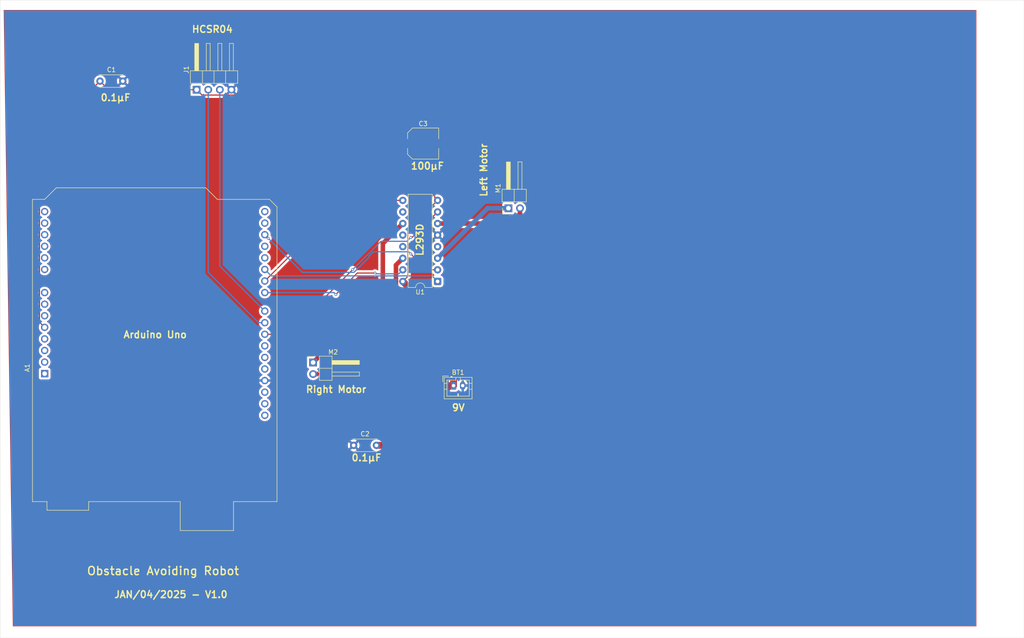
<source format=kicad_pcb>
(kicad_pcb (version 20241229) (generator "pcbnew") (generator_version "9.0")
  (layers (0 "F.Cu" signal) (2 "B.Cu" signal) (13 "F.Paste" user) (15 "B.Paste" user) (5 "F.SilkS" user "F.Silkscreen") (7 "B.SilkS" user "B.Silkscreen") (1 "F.Mask" user) (3 "B.Mask" user) (25 "Edge.Cuts" user))
  (net 0 "")
  (net 2 "/ECHO")
  (net 4 "GND")
  (net 5 "Net-(A1-D2)")
  (net 10 "VCC")
  (net 17 "Net-(A1-D6)")
  (net 23 "/TRIG")
  (net 29 "Net-(A1-D5)")
  (net 33 "Net-(A1-D10)")
  (net 34 "Net-(A1-D7)")
  (net 37 "Net-(M2--)")
  (net 38 "Net-(M2-+)")
  (net 39 "Net-(M1-+)")
  (net 40 "Net-(M1--)")
  (footprint "Connector_PinHeader_2.54mm:PinHeader_1x04_P2.54mm_Horizontal" (layer "F.Cu") (at 72.19 34.385 90)
    (property "Reference" "J1" (at 4.385 -2.27 90) (layer "F.SilkS"))
    (property "Value" "HCSR04")
    (fp_line (start 4.15 -1.38) (end 1.39 -1.38) (stroke (width 0.12)) (layer "F.SilkS"))
    (fp_line (start 1.39 -1.38) (end 1.39 9) (stroke (width 0.12)) (layer "F.SilkS"))
    (fp_line (start -1.27 -1.27) (end 0 -1.27) (stroke (width 0.12)) (layer "F.SilkS"))
    (fp_line (start 1.16 -0.43) (end 1.39 -0.43) (stroke (width 0.12)) (layer "F.SilkS"))
    (fp_line (start -1.27 0) (end -1.27 -1.27) (stroke (width 0.12)) (layer "F.SilkS"))
    (fp_line (start 1.16 0.43) (end 1.39 0.43) (stroke (width 0.12)) (layer "F.SilkS"))
    (fp_line (start 1.39 1.27) (end 4.15 1.27) (stroke (width 0.12)) (layer "F.SilkS"))
    (fp_line (start 10.15 2.11) (end 10.15 2.97) (stroke (width 0.12)) (layer "F.SilkS"))
    (fp_line (start 4.15 2.11) (end 10.15 2.11) (stroke (width 0.12)) (layer "F.SilkS"))
    (fp_line (start 1.077358 2.11) (end 1.39 2.11) (stroke (width 0.12)) (layer "F.SilkS"))
    (fp_line (start 10.15 2.97) (end 4.15 2.97) (stroke (width 0.12)) (layer "F.SilkS"))
    (fp_line (start 1.077358 2.97) (end 1.39 2.97) (stroke (width 0.12)) (layer "F.SilkS"))
    (fp_line (start 1.39 3.81) (end 4.15 3.81) (stroke (width 0.12)) (layer "F.SilkS"))
    (fp_line (start 10.15 4.65) (end 10.15 5.51) (stroke (width 0.12)) (layer "F.SilkS"))
    (fp_line (start 4.15 4.65) (end 10.15 4.65) (stroke (width 0.12)) (layer "F.SilkS"))
    (fp_line (start 1.077358 4.65) (end 1.39 4.65) (stroke (width 0.12)) (layer "F.SilkS"))
    (fp_line (start 10.15 5.51) (end 4.15 5.51) (stroke (width 0.12)) (layer "F.SilkS"))
    (fp_line (start 1.077358 5.51) (end 1.39 5.51) (stroke (width 0.12)) (layer "F.SilkS"))
    (fp_line (start 1.39 6.35) (end 4.15 6.35) (stroke (width 0.12)) (layer "F.SilkS"))
    (fp_line (start 10.15 7.19) (end 10.15 8.05) (stroke (width 0.12)) (layer "F.SilkS"))
    (fp_line (start 4.15 7.19) (end 10.15 7.19) (stroke (width 0.12)) (layer "F.SilkS"))
    (fp_line (start 1.077358 7.19) (end 1.39 7.19) (stroke (width 0.12)) (layer "F.SilkS"))
    (fp_line (start 10.15 8.05) (end 4.15 8.05) (stroke (width 0.12)) (layer "F.SilkS"))
    (fp_line (start 1.077358 8.05) (end 1.39 8.05) (stroke (width 0.12)) (layer "F.SilkS"))
    (fp_line (start 4.15 9) (end 4.15 -1.38) (stroke (width 0.12)) (layer "F.SilkS"))
    (fp_line (start 1.39 9) (end 4.15 9) (stroke (width 0.12)) (layer "F.SilkS"))
    (fp_rect (start 4.15 -0.43) (end 10.15 0.43) (stroke (width 0.12)) (fill yes) (layer "F.SilkS"))
    (pad "1" thru_hole rect (at 0 0 90) (size 1.7 1.7) (drill 1) (layers "*.Cu" "*.Mask") (net 10 "VCC"))
    (pad "2" thru_hole circle (at 0 2.54 90) (size 1.7 1.7) (drill 1) (layers "*.Cu" "*.Mask") (net 23 "/TRIG"))
    (pad "3" thru_hole circle (at 0 5.08 90) (size 1.7 1.7) (drill 1) (layers "*.Cu" "*.Mask") (net 2 "/ECHO"))
    (pad "4" thru_hole circle (at 0 7.62 90) (size 1.7 1.7) (drill 1) (layers "*.Cu" "*.Mask") (net 4 "GND"))
  )
  (footprint "Connector_PinHeader_2.54mm:PinHeader_1x02_P2.54mm_Horizontal" (layer "F.Cu") (at 140.525 60.385 90)
    (property "Reference" "M1" (at 4.385 -2.27 90) (layer "F.SilkS"))
    (property "Value" "Motor_DC")
    (fp_line (start 4.15 -1.38) (end 1.39 -1.38) (stroke (width 0.12)) (layer "F.SilkS"))
    (fp_line (start 1.39 -1.38) (end 1.39 3.92) (stroke (width 0.12)) (layer "F.SilkS"))
    (fp_line (start -1.27 -1.27) (end 0 -1.27) (stroke (width 0.12)) (layer "F.SilkS"))
    (fp_line (start 1.16 -0.43) (end 1.39 -0.43) (stroke (width 0.12)) (layer "F.SilkS"))
    (fp_line (start -1.27 0) (end -1.27 -1.27) (stroke (width 0.12)) (layer "F.SilkS"))
    (fp_line (start 1.16 0.43) (end 1.39 0.43) (stroke (width 0.12)) (layer "F.SilkS"))
    (fp_line (start 1.39 1.27) (end 4.15 1.27) (stroke (width 0.12)) (layer "F.SilkS"))
    (fp_line (start 10.15 2.11) (end 10.15 2.97) (stroke (width 0.12)) (layer "F.SilkS"))
    (fp_line (start 4.15 2.11) (end 10.15 2.11) (stroke (width 0.12)) (layer "F.SilkS"))
    (fp_line (start 1.077358 2.11) (end 1.39 2.11) (stroke (width 0.12)) (layer "F.SilkS"))
    (fp_line (start 10.15 2.97) (end 4.15 2.97) (stroke (width 0.12)) (layer "F.SilkS"))
    (fp_line (start 1.077358 2.97) (end 1.39 2.97) (stroke (width 0.12)) (layer "F.SilkS"))
    (fp_line (start 4.15 3.92) (end 4.15 -1.38) (stroke (width 0.12)) (layer "F.SilkS"))
    (fp_line (start 1.39 3.92) (end 4.15 3.92) (stroke (width 0.12)) (layer "F.SilkS"))
    (fp_rect (start 4.15 -0.43) (end 10.15 0.43) (stroke (width 0.12)) (fill yes) (layer "F.SilkS"))
    (pad "1" thru_hole rect (at 0 0 90) (size 1.7 1.7) (drill 1) (layers "*.Cu" "*.Mask") (net 39 "Net-(M1-+)"))
    (pad "2" thru_hole circle (at 0 2.54 90) (size 1.7 1.7) (drill 1) (layers "*.Cu" "*.Mask") (net 40 "Net-(M1--)"))
  )
  (footprint "Capacitor_THT:C_Disc_D5.0mm_W2.5mm_P5.00mm" (layer "F.Cu") (at 106.6 112.4)
    (property "Reference" "C2" (at 2.5 -2.5 0) (layer "F.SilkS"))
    (property "Value" "0.1 μF")
    (fp_line (start -0.12 -1.37) (end 5.12 -1.37) (stroke (width 0.12)) (layer "F.SilkS"))
    (fp_line (start -0.12 -1.033) (end -0.12 -1.37) (stroke (width 0.12)) (layer "F.SilkS"))
    (fp_line (start -0.12 1.37) (end -0.12 1.033) (stroke (width 0.12)) (layer "F.SilkS"))
    (fp_line (start 5.12 -1.37) (end 5.12 -1.033) (stroke (width 0.12)) (layer "F.SilkS"))
    (fp_line (start 5.12 1.033) (end 5.12 1.37) (stroke (width 0.12)) (layer "F.SilkS"))
    (fp_line (start 5.12 1.37) (end -0.12 1.37) (stroke (width 0.12)) (layer "F.SilkS"))
    (pad "1" thru_hole circle (at 0 0) (size 1.6 1.6) (drill 0.8) (layers "*.Cu" "*.Mask") (net 4 "GND"))
    (pad "2" thru_hole circle (at 5 0) (size 1.6 1.6) (drill 0.8) (layers "*.Cu" "*.Mask") (net 10 "VCC"))
  )
  (footprint "Package_DIP:DIP-16_W7.62mm" (layer "F.Cu") (at 125 76.44 180)
    (property "Reference" "U1" (at 3.81 -2.33 0) (layer "F.SilkS"))
    (property "Value" "L293D")
    (fp_line (start 6.46 19.11) (end 6.46 -1.33) (stroke (width 0.12)) (layer "F.SilkS"))
    (fp_line (start 6.46 -1.33) (end 4.81 -1.33) (stroke (width 0.12)) (layer "F.SilkS"))
    (fp_line (start 2.81 -1.33) (end 1.16 -1.33) (stroke (width 0.12)) (layer "F.SilkS"))
    (fp_line (start 1.16 19.11) (end 6.46 19.11) (stroke (width 0.12)) (layer "F.SilkS"))
    (fp_line (start 1.16 -1.33) (end 1.16 19.11) (stroke (width 0.12)) (layer "F.SilkS"))
    (fp_arc (start 4.81 -1.33) (mid 3.81 -0.33) (end 2.81 -1.33) (stroke (width 0.12)) (layer "F.SilkS"))
    (pad "1" thru_hole roundrect (at 0 0 180) (size 1.6 1.6) (drill 0.8) (layers "*.Cu" "*.Mask") (roundrect_rratio 0.15625) (net 29 "Net-(A1-D5)"))
    (pad "2" thru_hole circle (at 0 2.54 180) (size 1.6 1.6) (drill 0.8) (layers "*.Cu" "*.Mask") (net 5 "Net-(A1-D2)"))
    (pad "3" thru_hole circle (at 0 5.08 180) (size 1.6 1.6) (drill 0.8) (layers "*.Cu" "*.Mask") (net 39 "Net-(M1-+)"))
    (pad "4" thru_hole circle (at 0 7.62 180) (size 1.6 1.6) (drill 0.8) (layers "*.Cu" "*.Mask"))
    (pad "5" thru_hole circle (at 0 10.16 180) (size 1.6 1.6) (drill 0.8) (layers "*.Cu" "*.Mask") (net 4 "GND"))
    (pad "6" thru_hole circle (at 0 12.7 180) (size 1.6 1.6) (drill 0.8) (layers "*.Cu" "*.Mask") (net 40 "Net-(M1--)"))
    (pad "7" thru_hole circle (at 0 15.24 180) (size 1.6 1.6) (drill 0.8) (layers "*.Cu" "*.Mask") (net 33 "Net-(A1-D10)"))
    (pad "8" thru_hole circle (at 0 17.78 180) (size 1.6 1.6) (drill 0.8) (layers "*.Cu" "*.Mask") (net 10 "VCC"))
    (pad "9" thru_hole circle (at 7.62 17.78 180) (size 1.6 1.6) (drill 0.8) (layers "*.Cu" "*.Mask") (net 17 "Net-(A1-D6)"))
    (pad "10" thru_hole circle (at 7.62 15.24 180) (size 1.6 1.6) (drill 0.8) (layers "*.Cu" "*.Mask"))
    (pad "11" thru_hole circle (at 7.62 12.7 180) (size 1.6 1.6) (drill 0.8) (layers "*.Cu" "*.Mask") (net 38 "Net-(M2-+)"))
    (pad "12" thru_hole circle (at 7.62 10.16 180) (size 1.6 1.6) (drill 0.8) (layers "*.Cu" "*.Mask"))
    (pad "13" thru_hole circle (at 7.62 7.62 180) (size 1.6 1.6) (drill 0.8) (layers "*.Cu" "*.Mask"))
    (pad "14" thru_hole circle (at 7.62 5.08 180) (size 1.6 1.6) (drill 0.8) (layers "*.Cu" "*.Mask") (net 37 "Net-(M2--)"))
    (pad "15" thru_hole circle (at 7.62 2.54 180) (size 1.6 1.6) (drill 0.8) (layers "*.Cu" "*.Mask") (net 34 "Net-(A1-D7)"))
    (pad "16" thru_hole circle (at 7.62 0 180) (size 1.6 1.6) (drill 0.8) (layers "*.Cu" "*.Mask") (net 10 "VCC"))
  )
  (footprint "Module:Arduino_UNO_R3" (layer "F.Cu") (at 38.87 96.675 90)
    (property "Reference" "A1" (at 1.27 -3.81 90) (layer "F.SilkS"))
    (property "Value" "Arduino_UNO_R3")
    (fp_line (start 38.23 -2.67) (end -28.07 -2.67) (stroke (width 0.12)) (layer "F.SilkS"))
    (fp_line (start -28.07 -2.67) (end -28.07 0.51) (stroke (width 0.12)) (layer "F.SilkS"))
    (fp_line (start 38.23 0) (end 38.23 -2.67) (stroke (width 0.12)) (layer "F.SilkS"))
    (fp_line (start -28.07 0.51) (end -29.97 0.51) (stroke (width 0.12)) (layer "F.SilkS"))
    (fp_line (start -29.97 0.51) (end -29.97 9.65) (stroke (width 0.12)) (layer "F.SilkS"))
    (fp_line (start 40.77 2.54) (end 38.23 0) (stroke (width 0.12)) (layer "F.SilkS"))
    (fp_line (start -28.07 9.65) (end -28.07 29.72) (stroke (width 0.12)) (layer "F.SilkS"))
    (fp_line (start -29.97 9.65) (end -28.07 9.65) (stroke (width 0.12)) (layer "F.SilkS"))
    (fp_line (start -28.07 29.72) (end -34.42 29.72) (stroke (width 0.12)) (layer "F.SilkS"))
    (fp_line (start -34.42 29.72) (end -34.42 41.4) (stroke (width 0.12)) (layer "F.SilkS"))
    (fp_line (start 40.77 35.31) (end 40.77 2.54) (stroke (width 0.12)) (layer "F.SilkS"))
    (fp_line (start 38.23 37.85) (end 40.77 35.31) (stroke (width 0.12)) (layer "F.SilkS"))
    (fp_line (start -28.07 41.4) (end -28.07 50.93) (stroke (width 0.12)) (layer "F.SilkS"))
    (fp_line (start -34.42 41.4) (end -28.07 41.4) (stroke (width 0.12)) (layer "F.SilkS"))
    (fp_line (start 38.23 49.28) (end 38.23 37.85) (stroke (width 0.12)) (layer "F.SilkS"))
    (fp_line (start 36.58 50.93) (end 38.23 49.28) (stroke (width 0.12)) (layer "F.SilkS"))
    (fp_line (start -28.07 50.93) (end 36.58 50.93) (stroke (width 0.12)) (layer "F.SilkS"))
    (pad "1" thru_hole rect (at 0 0 180) (size 1.6 1.6) (drill 1) (layers "*.Cu" "*.Mask"))
    (pad "2" thru_hole oval (at 2.54 0 180) (size 1.6 1.6) (drill 1) (layers "*.Cu" "*.Mask"))
    (pad "3" thru_hole oval (at 5.08 0 180) (size 1.6 1.6) (drill 1) (layers "*.Cu" "*.Mask"))
    (pad "4" thru_hole oval (at 7.62 0 180) (size 1.6 1.6) (drill 1) (layers "*.Cu" "*.Mask"))
    (pad "5" thru_hole oval (at 10.16 0 180) (size 1.6 1.6) (drill 1) (layers "*.Cu" "*.Mask") (net 10 "VCC"))
    (pad "6" thru_hole oval (at 12.7 0 180) (size 1.6 1.6) (drill 1) (layers "*.Cu" "*.Mask"))
    (pad "7" thru_hole oval (at 15.24 0 180) (size 1.6 1.6) (drill 1) (layers "*.Cu" "*.Mask"))
    (pad "8" thru_hole oval (at 17.78 0 180) (size 1.6 1.6) (drill 1) (layers "*.Cu" "*.Mask"))
    (pad "9" thru_hole oval (at 22.86 0 180) (size 1.6 1.6) (drill 1) (layers "*.Cu" "*.Mask"))
    (pad "10" thru_hole oval (at 25.4 0 180) (size 1.6 1.6) (drill 1) (layers "*.Cu" "*.Mask"))
    (pad "11" thru_hole oval (at 27.94 0 180) (size 1.6 1.6) (drill 1) (layers "*.Cu" "*.Mask"))
    (pad "12" thru_hole oval (at 30.48 0 180) (size 1.6 1.6) (drill 1) (layers "*.Cu" "*.Mask"))
    (pad "13" thru_hole oval (at 33.02 0 180) (size 1.6 1.6) (drill 1) (layers "*.Cu" "*.Mask"))
    (pad "14" thru_hole oval (at 35.56 0 180) (size 1.6 1.6) (drill 1) (layers "*.Cu" "*.Mask"))
    (pad "15" thru_hole oval (at 35.56 48.26 180) (size 1.6 1.6) (drill 1) (layers "*.Cu" "*.Mask"))
    (pad "16" thru_hole oval (at 33.02 48.26 180) (size 1.6 1.6) (drill 1) (layers "*.Cu" "*.Mask"))
    (pad "17" thru_hole oval (at 30.48 48.26 180) (size 1.6 1.6) (drill 1) (layers "*.Cu" "*.Mask") (net 5 "Net-(A1-D2)"))
    (pad "18" thru_hole oval (at 27.94 48.26 180) (size 1.6 1.6) (drill 1) (layers "*.Cu" "*.Mask"))
    (pad "19" thru_hole oval (at 25.4 48.26 180) (size 1.6 1.6) (drill 1) (layers "*.Cu" "*.Mask"))
    (pad "20" thru_hole oval (at 22.86 48.26 180) (size 1.6 1.6) (drill 1) (layers "*.Cu" "*.Mask") (net 29 "Net-(A1-D5)"))
    (pad "21" thru_hole oval (at 20.32 48.26 180) (size 1.6 1.6) (drill 1) (layers "*.Cu" "*.Mask") (net 17 "Net-(A1-D6)"))
    (pad "22" thru_hole oval (at 17.78 48.26 180) (size 1.6 1.6) (drill 1) (layers "*.Cu" "*.Mask") (net 34 "Net-(A1-D7)"))
    (pad "23" thru_hole oval (at 13.72 48.26 180) (size 1.6 1.6) (drill 1) (layers "*.Cu" "*.Mask") (net 2 "/ECHO"))
    (pad "24" thru_hole oval (at 11.18 48.26 180) (size 1.6 1.6) (drill 1) (layers "*.Cu" "*.Mask") (net 23 "/TRIG"))
    (pad "25" thru_hole oval (at 8.64 48.26 180) (size 1.6 1.6) (drill 1) (layers "*.Cu" "*.Mask") (net 33 "Net-(A1-D10)"))
    (pad "26" thru_hole oval (at 6.1 48.26 180) (size 1.6 1.6) (drill 1) (layers "*.Cu" "*.Mask"))
    (pad "27" thru_hole oval (at 3.56 48.26 180) (size 1.6 1.6) (drill 1) (layers "*.Cu" "*.Mask"))
    (pad "28" thru_hole oval (at 1.02 48.26 180) (size 1.6 1.6) (drill 1) (layers "*.Cu" "*.Mask"))
    (pad "29" thru_hole oval (at -1.52 48.26 180) (size 1.6 1.6) (drill 1) (layers "*.Cu" "*.Mask") (net 4 "GND"))
    (pad "30" thru_hole oval (at -4.06 48.26 180) (size 1.6 1.6) (drill 1) (layers "*.Cu" "*.Mask"))
    (pad "31" thru_hole oval (at -6.6 48.26 180) (size 1.6 1.6) (drill 1) (layers "*.Cu" "*.Mask"))
    (pad "32" thru_hole oval (at -9.14 48.26 180) (size 1.6 1.6) (drill 1) (layers "*.Cu" "*.Mask"))
  )
  (footprint "Capacitor_THT:C_Disc_D5.0mm_W2.5mm_P5.00mm" (layer "F.Cu") (at 51 32.5)
    (property "Reference" "C1" (at 2.5 -2.5 0) (layer "F.SilkS"))
    (property "Value" "0.1 μF")
    (fp_line (start -0.12 -1.37) (end 5.12 -1.37) (stroke (width 0.12)) (layer "F.SilkS"))
    (fp_line (start -0.12 -1.033) (end -0.12 -1.37) (stroke (width 0.12)) (layer "F.SilkS"))
    (fp_line (start -0.12 1.37) (end -0.12 1.033) (stroke (width 0.12)) (layer "F.SilkS"))
    (fp_line (start 5.12 -1.37) (end 5.12 -1.033) (stroke (width 0.12)) (layer "F.SilkS"))
    (fp_line (start 5.12 1.033) (end 5.12 1.37) (stroke (width 0.12)) (layer "F.SilkS"))
    (fp_line (start 5.12 1.37) (end -0.12 1.37) (stroke (width 0.12)) (layer "F.SilkS"))
    (pad "1" thru_hole circle (at 0 0) (size 1.6 1.6) (drill 0.8) (layers "*.Cu" "*.Mask") (net 10 "VCC"))
    (pad "2" thru_hole circle (at 5 0) (size 1.6 1.6) (drill 0.8) (layers "*.Cu" "*.Mask") (net 4 "GND"))
  )
  (footprint "Capacitor_SMD:C_Elec_6.3x5.8" (layer "F.Cu") (at 121.8375 46.2)
    (property "Reference" "C3" (at 0 -4.35 0) (layer "F.SilkS"))
    (property "Value" "100 μF")
    (fp_line (start -3.41 -2.345563) (end -3.41 -1.06) (stroke (width 0.12)) (layer "F.SilkS"))
    (fp_line (start -3.41 -2.345563) (end -2.345563 -3.41) (stroke (width 0.12)) (layer "F.SilkS"))
    (fp_line (start -3.41 2.345563) (end -3.41 1.06) (stroke (width 0.12)) (layer "F.SilkS"))
    (fp_line (start -3.41 2.345563) (end -2.345563 3.41) (stroke (width 0.12)) (layer "F.SilkS"))
    (fp_line (start -2.345563 -3.41) (end 3.41 -3.41) (stroke (width 0.12)) (layer "F.SilkS"))
    (fp_line (start -2.345563 3.41) (end 3.41 3.41) (stroke (width 0.12)) (layer "F.SilkS"))
    (fp_line (start 3.41 -3.41) (end 3.41 -1.06) (stroke (width 0.12)) (layer "F.SilkS"))
    (fp_line (start 3.41 3.41) (end 3.41 1.06) (stroke (width 0.12)) (layer "F.SilkS"))
    (pad "1" smd roundrect (at -2.5375 0) (size 3.325 1.6) (layers "F.Cu" "F.Mask" "F.Paste") (roundrect_rratio 0.15625) (net 4 "GND"))
    (pad "2" smd roundrect (at 2.5375 0) (size 3.325 1.6) (layers "F.Cu" "F.Mask" "F.Paste") (roundrect_rratio 0.15625) (net 10 "VCC"))
  )
  (footprint "Connector_JST:JST_PH_B2B-PH-K_1x02_P2.00mm_Vertical" (layer "F.Cu") (at 128.5 99.3)
    (property "Reference" "BT1" (at 1 -2.9 0) (layer "F.SilkS"))
    (property "Value" "9V")
    (fp_line (start -2.36 -2.11) (end -2.36 -0.86) (stroke (width 0.12)) (layer "F.SilkS"))
    (fp_line (start -2.06 -1.81) (end -2.06 2.91) (stroke (width 0.12)) (layer "F.SilkS"))
    (fp_line (start -2.06 -0.5) (end -1.45 -0.5) (stroke (width 0.12)) (layer "F.SilkS"))
    (fp_line (start -2.06 0.8) (end -1.45 0.8) (stroke (width 0.12)) (layer "F.SilkS"))
    (fp_line (start -2.06 2.91) (end 4.06 2.91) (stroke (width 0.12)) (layer "F.SilkS"))
    (fp_line (start -1.45 -1.2) (end -1.45 2.3) (stroke (width 0.12)) (layer "F.SilkS"))
    (fp_line (start -1.45 2.3) (end 3.45 2.3) (stroke (width 0.12)) (layer "F.SilkS"))
    (fp_line (start -1.11 -2.11) (end -2.36 -2.11) (stroke (width 0.12)) (layer "F.SilkS"))
    (fp_line (start -0.6 -2.01) (end -0.6 -1.81) (stroke (width 0.12)) (layer "F.SilkS"))
    (fp_line (start -0.3 -2.01) (end -0.6 -2.01) (stroke (width 0.12)) (layer "F.SilkS"))
    (fp_line (start -0.3 -1.91) (end -0.6 -1.91) (stroke (width 0.12)) (layer "F.SilkS"))
    (fp_line (start -0.3 -1.81) (end -0.3 -2.01) (stroke (width 0.12)) (layer "F.SilkS"))
    (fp_line (start 0.5 -1.81) (end 0.5 -1.2) (stroke (width 0.12)) (layer "F.SilkS"))
    (fp_line (start 0.5 -1.2) (end -1.45 -1.2) (stroke (width 0.12)) (layer "F.SilkS"))
    (fp_line (start 0.9 1.8) (end 1.1 1.8) (stroke (width 0.12)) (layer "F.SilkS"))
    (fp_line (start 0.9 2.3) (end 0.9 1.8) (stroke (width 0.12)) (layer "F.SilkS"))
    (fp_line (start 1 2.3) (end 1 1.8) (stroke (width 0.12)) (layer "F.SilkS"))
    (fp_line (start 1.1 1.8) (end 1.1 2.3) (stroke (width 0.12)) (layer "F.SilkS"))
    (fp_line (start 1.5 -1.2) (end 1.5 -1.81) (stroke (width 0.12)) (layer "F.SilkS"))
    (fp_line (start 3.45 -1.2) (end 1.5 -1.2) (stroke (width 0.12)) (layer "F.SilkS"))
    (fp_line (start 3.45 2.3) (end 3.45 -1.2) (stroke (width 0.12)) (layer "F.SilkS"))
    (fp_line (start 4.06 -1.81) (end -2.06 -1.81) (stroke (width 0.12)) (layer "F.SilkS"))
    (fp_line (start 4.06 -0.5) (end 3.45 -0.5) (stroke (width 0.12)) (layer "F.SilkS"))
    (fp_line (start 4.06 0.8) (end 3.45 0.8) (stroke (width 0.12)) (layer "F.SilkS"))
    (fp_line (start 4.06 2.91) (end 4.06 -1.81) (stroke (width 0.12)) (layer "F.SilkS"))
    (pad "1" thru_hole roundrect (at 0 0) (size 1.2 1.75) (drill 0.75) (layers "*.Cu" "*.Mask") (roundrect_rratio 0.208333) (net 10 "VCC"))
    (pad "2" thru_hole oval (at 2 0) (size 1.2 1.75) (drill 0.75) (layers "*.Cu" "*.Mask") (net 4 "GND"))
  )
  (footprint "Connector_PinHeader_2.54mm:PinHeader_1x02_P2.54mm_Horizontal" (layer "F.Cu") (at 97.715 94.225)
    (property "Reference" "M2" (at 4.385 -2.27 0) (layer "F.SilkS"))
    (property "Value" "Motor_DC")
    (fp_line (start -1.27 -1.27) (end 0 -1.27) (stroke (width 0.12)) (layer "F.SilkS"))
    (fp_line (start -1.27 0) (end -1.27 -1.27) (stroke (width 0.12)) (layer "F.SilkS"))
    (fp_line (start 1.077358 2.11) (end 1.39 2.11) (stroke (width 0.12)) (layer "F.SilkS"))
    (fp_line (start 1.077358 2.97) (end 1.39 2.97) (stroke (width 0.12)) (layer "F.SilkS"))
    (fp_line (start 1.16 -0.43) (end 1.39 -0.43) (stroke (width 0.12)) (layer "F.SilkS"))
    (fp_line (start 1.16 0.43) (end 1.39 0.43) (stroke (width 0.12)) (layer "F.SilkS"))
    (fp_line (start 1.39 -1.38) (end 1.39 3.92) (stroke (width 0.12)) (layer "F.SilkS"))
    (fp_line (start 1.39 1.27) (end 4.15 1.27) (stroke (width 0.12)) (layer "F.SilkS"))
    (fp_line (start 1.39 3.92) (end 4.15 3.92) (stroke (width 0.12)) (layer "F.SilkS"))
    (fp_line (start 4.15 -1.38) (end 1.39 -1.38) (stroke (width 0.12)) (layer "F.SilkS"))
    (fp_line (start 4.15 2.11) (end 10.15 2.11) (stroke (width 0.12)) (layer "F.SilkS"))
    (fp_line (start 4.15 3.92) (end 4.15 -1.38) (stroke (width 0.12)) (layer "F.SilkS"))
    (fp_line (start 10.15 2.11) (end 10.15 2.97) (stroke (width 0.12)) (layer "F.SilkS"))
    (fp_line (start 10.15 2.97) (end 4.15 2.97) (stroke (width 0.12)) (layer "F.SilkS"))
    (fp_rect (start 4.15 -0.43) (end 10.15 0.43) (stroke (width 0.12)) (fill yes) (layer "F.SilkS"))
    (pad "1" thru_hole rect (at 0 0) (size 1.7 1.7) (drill 1) (layers "*.Cu" "*.Mask") (net 38 "Net-(M2-+)"))
    (pad "2" thru_hole circle (at 0 2.54) (size 1.7 1.7) (drill 1) (layers "*.Cu" "*.Mask") (net 37 "Net-(M2--)"))
  )
  (gr_line (start 243 152) (end 32 152) (stroke (width 0.2)) (layer "F.Cu"))
  (gr_line (start 32 152) (end 30 17) (stroke (width 0.2)) (layer "F.Cu"))
  (gr_line (start 30 17) (end 243 17) (stroke (width 0.2)) (layer "F.Cu"))
  (gr_line (start 243 17) (end 243 152) (stroke (width 0.2)) (layer "F.Cu"))
  (gr_rect (start 29.1084 14.732) (end 253.5428 154.6352) (stroke (width 0.05)) (fill no) (layer "Edge.Cuts"))
  (gr_text "Right Motor" (at 96 101 0) (layer "F.SilkS") (effects (font (size 1.5 1.5) (thickness 0.3) (bold yes)) (justify left bottom)))
  (gr_text "Obstacle Avoiding Robot" (at 48 141 0) (layer "F.SilkS") (effects (font (size 1.8 1.8) (thickness 0.3) (bold yes)) (justify left bottom)))
  (gr_text "100μF" (at 119 52 0) (layer "F.SilkS") (effects (font (size 1.5 1.5) (thickness 0.3) (bold yes)) (justify left bottom)))
  (gr_text "Arduino Uno\n" (at 56 89 0) (layer "F.SilkS") (effects (font (size 1.5 1.5) (thickness 0.3) (bold yes)) (justify left bottom)))
  (gr_text "9V" (at 128 105 0) (layer "F.SilkS") (effects (font (size 1.5 1.5) (thickness 0.3) (bold yes)) (justify left bottom)))
  (gr_text "Left Motor" (at 136 58 90) (layer "F.SilkS") (effects (font (size 1.5 1.5) (thickness 0.3) (bold yes)) (justify left bottom)))
  (gr_text "0.1μF" (at 51 37 0) (layer "F.SilkS") (effects (font (size 1.5 1.5) (thickness 0.3) (bold yes)) (justify left bottom)))
  (gr_text "0.1μF" (at 106 116 0) (layer "F.SilkS") (effects (font (size 1.5 1.5) (thickness 0.3) (bold yes)) (justify left bottom)))
  (gr_text "L293D\n" (at 122 71 90) (layer "F.SilkS") (effects (font (size 1.5 1.5) (thickness 0.3) (bold yes)) (justify left bottom)))
  (gr_text "HCSR04" (at 71 22 0) (layer "F.SilkS") (effects (font (size 1.5 1.5) (thickness 0.3) (bold yes)) (justify left bottom)))
  (gr_text "JAN/04/2025 - V1.0" (at 54 146 0) (layer "F.SilkS") (effects (font (size 1.5 1.5) (thickness 0.3) (bold yes)) (justify left bottom)))
  (segment (start 77.27 73.095) (end 87.13 82.955) (width 0.25) (layer "B.Cu") (net 2))
  (segment (start 77.27 34.385) (end 77.27 73.095) (width 0.25) (layer "B.Cu") (net 2))
  (segment (start 122.6222 73.9) (end 119.131 70.4088) (width 0.25) (layer "F.Cu") (net 5))
  (segment (start 125 73.9) (end 122.6222 73.9) (width 0.25) (layer "F.Cu") (net 5))
  (via (at 87.852891 66.956532) (size 0.6) (drill 0.3) (layers "F.Cu" "B.Cu") (net 5))
  (via (at 119.131 70.4088) (size 0.6) (drill 0.3) (layers "F.Cu" "B.Cu") (net 5))
  (segment (start 106.671456 74.449958) (end 95.346317 74.449958) (width 0.25) (layer "B.Cu") (net 5))
  (segment (start 110.007663 71.113751) (end 106.671456 74.449958) (width 0.25) (layer "B.Cu") (net 5))
  (segment (start 118.6682 69.946) (end 110.927926 69.946) (width 0.25) (layer "B.Cu") (net 5))
  (segment (start 119.131 70.4088) (end 118.6682 69.946) (width 0.25) (layer "B.Cu") (net 5))
  (segment (start 110.007663 70.866263) (end 110.007663 71.113751) (width 0.25) (layer "B.Cu") (net 5))
  (segment (start 110.927926 69.946) (end 110.007663 70.866263) (width 0.25) (layer "B.Cu") (net 5))
  (segment (start 95.346317 74.449958) (end 87.852891 66.956532) (width 0.25) (layer "B.Cu") (net 5))
  (segment (start 127.7 99.3) (end 114.6 112.4) (width 1.5) (layer "F.Cu") (net 10))
  (segment (start 124.375 46.2) (end 124.375 58.035) (width 0.25) (layer "F.Cu") (net 10))
  (segment (start 52.885 34.385) (end 72.19 34.385) (width 0.25) (layer "F.Cu") (net 10))
  (segment (start 124.375 46.2) (end 113.736 35.561) (width 0.25) (layer "F.Cu") (net 10))
  (segment (start 73.366 35.561) (end 72.19 34.385) (width 0.25) (layer "F.Cu") (net 10))
  (segment (start 51 32.5) (end 52.885 34.385) (width 0.25) (layer "F.Cu") (net 10))
  (segment (start 37.744 45.756) (end 37.744 85.389) (width 0.25) (layer "F.Cu") (net 10))
  (segment (start 128.5 99.3) (end 127.7 99.3) (width 1.5) (layer "F.Cu") (net 10))
  (segment (start 113.736 35.561) (end 73.366 35.561) (width 0.25) (layer "F.Cu") (net 10))
  (segment (start 118.506 75.314) (end 118.506 65.154) (width 0.25) (layer "F.Cu") (net 10))
  (segment (start 51 32.5) (end 37.744 45.756) (width 0.25) (layer "F.Cu") (net 10))
  (segment (start 117.38 76.44) (end 118.506 75.314) (width 0.25) (layer "F.Cu") (net 10))
  (segment (start 37.744 85.389) (end 38.87 86.515) (width 0.25) (layer "F.Cu") (net 10))
  (segment (start 124.375 58.035) (end 125 58.66) (width 0.25) (layer "F.Cu") (net 10))
  (segment (start 128.5 87.56) (end 117.38 76.44) (width 1.5) (layer "F.Cu") (net 10))
  (segment (start 128.5 99.3) (end 128.5 87.56) (width 1.5) (layer "F.Cu") (net 10))
  (segment (start 118.506 65.154) (end 125 58.66) (width 0.25) (layer "F.Cu") (net 10))
  (segment (start 114.6 112.4) (end 111.6 112.4) (width 1.5) (layer "F.Cu") (net 10))
  (segment (start 117.38 58.66) (end 104.825 58.66) (width 0.25) (layer "F.Cu") (net 17))
  (segment (start 104.825 58.66) (end 87.13 76.355) (width 0.25) (layer "F.Cu") (net 17))
  (segment (start 74.73 74.4506) (end 85.7744 85.495) (width 0.25) (layer "B.Cu") (net 23))
  (segment (start 74.73 34.385) (end 74.73 74.4506) (width 0.25) (layer "B.Cu") (net 23))
  (segment (start 85.7744 85.495) (end 87.13 85.495) (width 0.25) (layer "B.Cu") (net 23))
  (segment (start 125 76.44) (end 123.789 75.229) (width 0.25) (layer "B.Cu") (net 29))
  (segment (start 88.544 75.229) (end 87.13 73.815) (width 0.25) (layer "B.Cu") (net 29))
  (segment (start 123.789 75.229) (end 88.544 75.229) (width 0.25) (layer "B.Cu") (net 29))
  (segment (start 106.412158 73.823958) (end 92.201116 88.035) (width 0.25) (layer "F.Cu") (net 33))
  (segment (start 125 61.2) (end 119.420468 66.779532) (width 0.25) (layer "F.Cu") (net 33))
  (segment (start 92.201116 88.035) (end 87.13 88.035) (width 0.25) (layer "F.Cu") (net 33))
  (segment (start 119.420468 66.779532) (end 119.131 66.779532) (width 0.25) (layer "F.Cu") (net 33))
  (via (at 106.412158 73.823958) (size 0.6) (drill 0.3) (layers "F.Cu" "B.Cu") (net 33))
  (via (at 119.131 66.779532) (size 0.6) (drill 0.3) (layers "F.Cu" "B.Cu") (net 33))
  (segment (start 119.131 66.779532) (end 118.270332 67.6402) (width 0.25) (layer "B.Cu") (net 33))
  (segment (start 112.595916 67.6402) (end 106.412158 73.823958) (width 0.25) (layer "B.Cu") (net 33))
  (segment (start 118.270332 67.6402) (end 112.595916 67.6402) (width 0.25) (layer "B.Cu") (net 33))
  (segment (start 111.2774 74.604) (end 107.399884 74.604) (width 0.25) (layer "F.Cu") (net 34))
  (segment (start 107.399884 74.604) (end 102.698642 79.305242) (width 0.25) (layer "F.Cu") (net 34))
  (via (at 102.698642 79.305242) (size 0.6) (drill 0.3) (layers "F.Cu" "B.Cu") (net 34))
  (via (at 111.2774 74.604) (size 0.6) (drill 0.3) (layers "F.Cu" "B.Cu") (net 34))
  (segment (start 102.698642 79.305242) (end 102.2884 78.895) (width 0.25) (layer "B.Cu") (net 34))
  (segment (start 116.502 74.778) (end 111.4514 74.778) (width 0.25) (layer "B.Cu") (net 34))
  (segment (start 102.2884 78.895) (end 87.13 78.895) (width 0.25) (layer "B.Cu") (net 34))
  (segment (start 117.38 73.9) (end 116.502 74.778) (width 0.25) (layer "B.Cu") (net 34))
  (segment (start 111.4514 74.778) (end 111.2774 74.604) (width 0.25) (layer "B.Cu") (net 34))
  (segment (start 98.917081 96.765) (end 115.879 79.803081) (width 1) (layer "F.Cu") (net 37))
  (segment (start 97.715 96.765) (end 98.917081 96.765) (width 1) (layer "F.Cu") (net 37))
  (segment (start 115.879 79.803081) (end 115.879 72.861) (width 1) (layer "F.Cu") (net 37))
  (segment (start 115.879 72.861) (end 117.38 71.36) (width 1) (layer "F.Cu") (net 37))
  (segment (start 97.715 94.225) (end 113 78.94) (width 1) (layer "F.Cu") (net 38))
  (segment (start 113 68.12) (end 117.38 63.74) (width 1) (layer "F.Cu") (net 38))
  (segment (start 113 78.94) (end 113 68.12) (width 1) (layer "F.Cu") (net 38))
  (segment (start 135.975 60.385) (end 125 71.36) (width 1) (layer "B.Cu") (net 39))
  (segment (start 140.525 60.385) (end 135.975 60.385) (width 1) (layer "B.Cu") (net 39))
  (segment (start 143.065 61.587081) (end 140.912081 63.74) (width 1) (layer "F.Cu") (net 40))
  (segment (start 143.065 60.385) (end 143.065 61.587081) (width 1) (layer "F.Cu") (net 40))
  (segment (start 140.912081 63.74) (end 125 63.74) (width 1) (layer "F.Cu") (net 40))
  (zone (net 4) (net_name "GND") (layers "F.Cu" "B.Cu") (connect_pads (clearance 0.5)) (min_thickness 0.25) (fill yes (thermal_gap 0.5) (thermal_bridge_width 0.5))
    (polygon (pts (xy 30 17) (xy 243 17) (xy 243 152) (xy 32 152)))
  )
)
</source>
